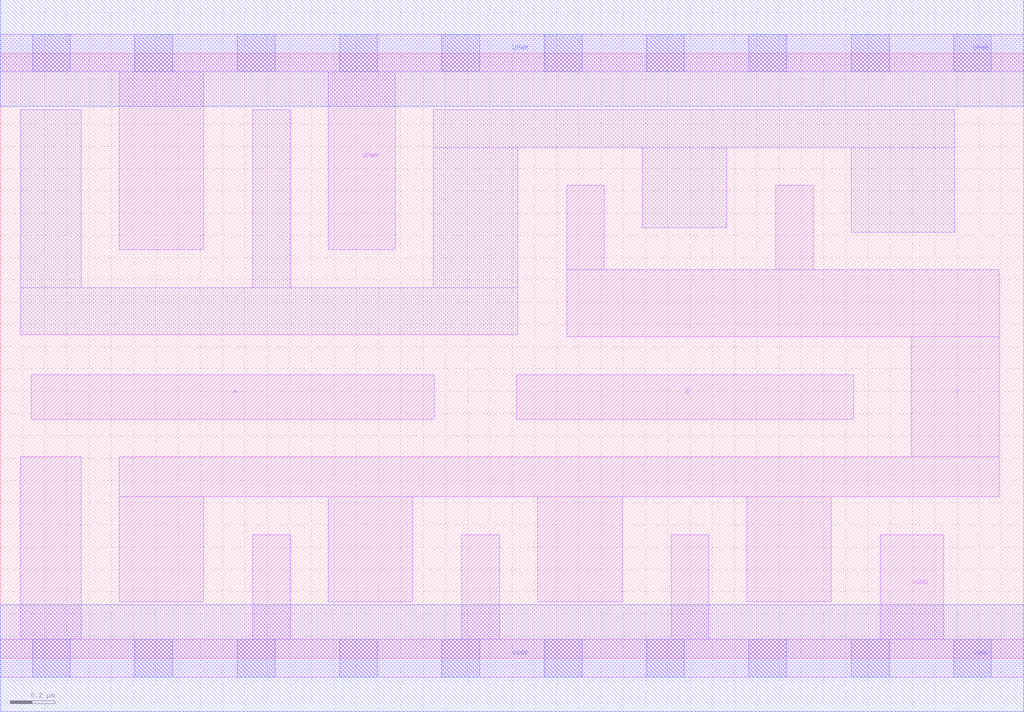
<source format=lef>
# Copyright 2020 The SkyWater PDK Authors
#
# Licensed under the Apache License, Version 2.0 (the "License");
# you may not use this file except in compliance with the License.
# You may obtain a copy of the License at
#
#     https://www.apache.org/licenses/LICENSE-2.0
#
# Unless required by applicable law or agreed to in writing, software
# distributed under the License is distributed on an "AS IS" BASIS,
# WITHOUT WARRANTIES OR CONDITIONS OF ANY KIND, either express or implied.
# See the License for the specific language governing permissions and
# limitations under the License.
#
# SPDX-License-Identifier: Apache-2.0

VERSION 5.7 ;
  NAMESCASESENSITIVE ON ;
  NOWIREEXTENSIONATPIN ON ;
  DIVIDERCHAR "/" ;
  BUSBITCHARS "[]" ;
UNITS
  DATABASE MICRONS 200 ;
END UNITS
PROPERTYDEFINITIONS
  MACRO maskLayoutSubType STRING ;
  MACRO prCellType STRING ;
  MACRO originalViewName STRING ;
END PROPERTYDEFINITIONS
MACRO sky130_fd_sc_hdll__nor2_4
  CLASS CORE ;
  FOREIGN sky130_fd_sc_hdll__nor2_4 ;
  ORIGIN  0.000000  0.000000 ;
  SIZE  4.600000 BY  2.720000 ;
  SYMMETRY X Y R90 ;
  SITE unithd ;
  PIN A
    ANTENNAGATEAREA  1.110000 ;
    DIRECTION INPUT ;
    USE SIGNAL ;
    PORT
      LAYER li1 ;
        RECT 0.140000 1.075000 1.950000 1.275000 ;
    END
  END A
  PIN B
    ANTENNAGATEAREA  1.110000 ;
    DIRECTION INPUT ;
    USE SIGNAL ;
    PORT
      LAYER li1 ;
        RECT 2.320000 1.075000 3.835000 1.275000 ;
    END
  END B
  PIN Y
    ANTENNADIFFAREA  1.477000 ;
    DIRECTION OUTPUT ;
    USE SIGNAL ;
    PORT
      LAYER li1 ;
        RECT 0.535000 0.255000 0.915000 0.725000 ;
        RECT 0.535000 0.725000 4.490000 0.905000 ;
        RECT 1.475000 0.255000 1.855000 0.725000 ;
        RECT 2.415000 0.255000 2.795000 0.725000 ;
        RECT 2.545000 1.445000 4.490000 1.745000 ;
        RECT 2.545000 1.745000 2.715000 2.125000 ;
        RECT 3.355000 0.255000 3.735000 0.725000 ;
        RECT 3.485000 1.745000 3.655000 2.125000 ;
        RECT 4.095000 0.905000 4.490000 1.445000 ;
    END
  END Y
  PIN VGND
    DIRECTION INOUT ;
    USE GROUND ;
    PORT
      LAYER li1 ;
        RECT 0.000000 -0.085000 4.600000 0.085000 ;
        RECT 0.090000  0.085000 0.365000 0.905000 ;
        RECT 1.135000  0.085000 1.305000 0.555000 ;
        RECT 2.075000  0.085000 2.245000 0.555000 ;
        RECT 3.015000  0.085000 3.185000 0.555000 ;
        RECT 3.955000  0.085000 4.240000 0.555000 ;
      LAYER mcon ;
        RECT 0.145000 -0.085000 0.315000 0.085000 ;
        RECT 0.605000 -0.085000 0.775000 0.085000 ;
        RECT 1.065000 -0.085000 1.235000 0.085000 ;
        RECT 1.525000 -0.085000 1.695000 0.085000 ;
        RECT 1.985000 -0.085000 2.155000 0.085000 ;
        RECT 2.445000 -0.085000 2.615000 0.085000 ;
        RECT 2.905000 -0.085000 3.075000 0.085000 ;
        RECT 3.365000 -0.085000 3.535000 0.085000 ;
        RECT 3.825000 -0.085000 3.995000 0.085000 ;
        RECT 4.285000 -0.085000 4.455000 0.085000 ;
      LAYER met1 ;
        RECT 0.000000 -0.240000 4.600000 0.240000 ;
    END
  END VGND
  PIN VPWR
    DIRECTION INOUT ;
    USE POWER ;
    PORT
      LAYER li1 ;
        RECT 0.000000 2.635000 4.600000 2.805000 ;
        RECT 0.535000 1.835000 0.915000 2.635000 ;
        RECT 1.475000 1.835000 1.775000 2.635000 ;
      LAYER mcon ;
        RECT 0.145000 2.635000 0.315000 2.805000 ;
        RECT 0.605000 2.635000 0.775000 2.805000 ;
        RECT 1.065000 2.635000 1.235000 2.805000 ;
        RECT 1.525000 2.635000 1.695000 2.805000 ;
        RECT 1.985000 2.635000 2.155000 2.805000 ;
        RECT 2.445000 2.635000 2.615000 2.805000 ;
        RECT 2.905000 2.635000 3.075000 2.805000 ;
        RECT 3.365000 2.635000 3.535000 2.805000 ;
        RECT 3.825000 2.635000 3.995000 2.805000 ;
        RECT 4.285000 2.635000 4.455000 2.805000 ;
      LAYER met1 ;
        RECT 0.000000 2.480000 4.600000 2.960000 ;
    END
  END VPWR
  OBS
    LAYER li1 ;
      RECT 0.090000 1.455000 2.325000 1.665000 ;
      RECT 0.090000 1.665000 0.365000 2.465000 ;
      RECT 1.135000 1.665000 1.305000 2.465000 ;
      RECT 1.945000 1.665000 2.325000 2.295000 ;
      RECT 1.945000 2.295000 4.290000 2.465000 ;
      RECT 2.885000 1.935000 3.265000 2.295000 ;
      RECT 3.825000 1.915000 4.290000 2.295000 ;
  END
  PROPERTY maskLayoutSubType "abstract" ;
  PROPERTY prCellType "standard" ;
  PROPERTY originalViewName "layout" ;
END sky130_fd_sc_hdll__nor2_4

</source>
